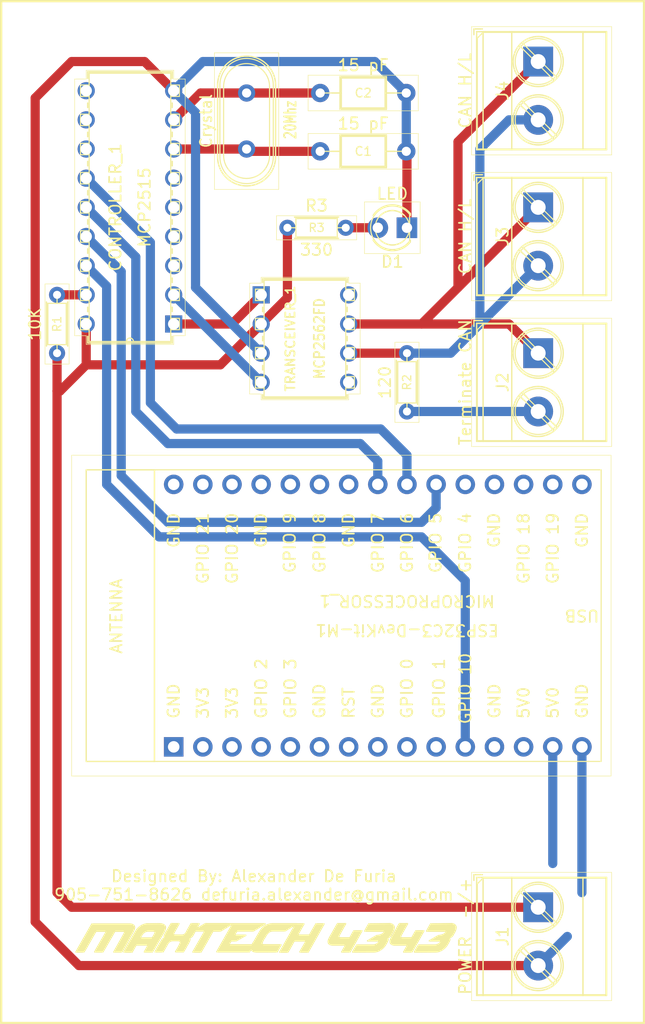
<source format=kicad_pcb>
(kicad_pcb (version 20211014) (generator pcbnew)
  (layers (0 "F.Cu" signal) (31 "B.Cu" signal) (34 "B.Paste" user) (35 "F.Paste" user) (36 "B.SilkS" user "B.Silkscreen") (37 "F.SilkS" user "F.Silkscreen") (38 "B.Mask" user) (39 "F.Mask" user) (44 "Edge.Cuts" user))
  (net 0 "")
  (net 1 "GNDREF")
  (net 2 "VCC")
  (net 3 "Net-(J2-Pad2)")
  (net 4 "Net-(20MHz1-Pad1)")
  (net 5 "Net-(20MHz1-Pad2)")
  (net 6 "Net-(J2-Pad1)")
  (net 7 "Net-(J3-Pad2)")
  (net 14 "Net-(CONTROLLER_1-Pad17)")
  (net 17 "SPICLK")
  (net 18 "MOSI")
  (net 19 "MISO")
  (net 20 "CS0")
  (net 21 "RX")
  (net 22 "TX")
  (net 23 "Net-(D1-Pad2)")
  (footprint "TerminalBlock_Phoenix:TerminalBlock_Phoenix_MKDS-3-2-5.08_1x02_P5.08mm_Horizontal" (layer "F.Cu") (at 144.78 60.96 -90)
    (fp_text reference "J3" hide)
    (fp_text value "CAN H/L")
  )
  (footprint "MCP2515:MCP2515-E&slash_P" (layer "F.Cu") (at 113.03 71.12 180)
    (fp_text reference "CONTROLLER_1")
    (fp_text value "MCP2515")
  )
  (footprint "Custom:ESP32C3-DevKit-M1-Standoff" (layer "F.Cu") (at 113.03 107.95 90)
    (fp_text reference "MICROPROCESSOR_1")
    (fp_text value "ESP32C3-DevKit-M1")
  )
  (footprint "Capacitor_THT:C_Axial_L3.8mm_D2.6mm_P7.50mm_Horizontal" (layer "F.Cu") (at 133.29 56.08 180)
    (fp_text reference "C1" hide)
    (fp_text value "15 pF")
  )
  (footprint "Capacitor_THT:C_Axial_L3.8mm_D2.6mm_P7.50mm_Horizontal" (layer "F.Cu") (at 133.29 51 180)
    (fp_text reference "C2" hide)
    (fp_text value "15 pF")
  )
  (footprint "MCP2562FD:MCP2562FD-H&slash_P" (layer "F.Cu") (at 120.65 68.58)
    (fp_text reference "TRANSCEIVER_1")
    (fp_text value "MCP2562FD")
  )
  (footprint "Resistor_THT:R_Axial_DIN0204_L3.6mm_D1.6mm_P5.08mm_Horizontal" (layer "F.Cu") (at 133.35 73.66 -90)
    (fp_text reference "R2" hide)
    (fp_text value "120")
  )
  (footprint "TerminalBlock_Phoenix:TerminalBlock_Phoenix_MKDS-3-2-5.08_1x02_P5.08mm_Horizontal" (layer "F.Cu") (at 144.78 73.66 -90)
    (fp_text reference "J2" hide)
    (fp_text value "Terminate CAN")
  )
  (footprint "Resistor_THT:R_Axial_DIN0204_L3.6mm_D1.6mm_P5.08mm_Horizontal" (layer "F.Cu") (at 102.87 68.58 -90)
    (fp_text reference "R1" hide)
    (fp_text value "10K")
  )
  (footprint "Resistor_THT:R_Axial_DIN0204_L3.6mm_D1.6mm_P5.08mm_Horizontal" (layer "F.Cu") (at 122.936 62.738)
    (fp_text reference "R3")
    (fp_text value "330")
  )
  (footprint "LED_THT:LED_D3.0mm" (layer "F.Cu") (at 133.35 62.738 180)
    (fp_text reference "D1")
    (fp_text value "LED")
  )
  (footprint "TerminalBlock_Phoenix:TerminalBlock_Phoenix_MKDS-3-2-5.08_1x02_P5.08mm_Horizontal" (layer "F.Cu") (at 144.78 121.92 -90)
    (fp_text reference "J1" hide)
    (fp_text value "POWER  -/+")
  )
  (footprint "Crystal:Crystal_HC49-U_Vertical" (layer "F.Cu") (at 119.38 51 -90)
    (fp_text reference "20MHz1" hide)
    (fp_text value "Crystal")
  )
  (footprint "TerminalBlock_Phoenix:TerminalBlock_Phoenix_MKDS-3-2-5.08_1x02_P5.08mm_Horizontal" (layer "F.Cu") (at 144.78 48.26 -90)
    (fp_text reference "J4" hide)
    (fp_text value "CAN H/L")
  )
  (gr_poly (pts (xy 120.986588 123.371971) (xy 119.965826 123.981571) (xy 118.537077 123.981571) (xy 118.508039 124.026991) (xy 118.479581 124.072769) (xy 118.451705 124.118899) (xy 118.424415 124.165375) (xy 118.397714 124.212192) (xy 118.371605 124.259345) (xy 118.346092 124.306827) (xy 118.321177 124.354633) (xy 119.302252 124.354633) (xy 119.302252 124.368921) (xy 118.462465 124.84517) (xy 118.022728 124.84517) (xy 117.829053 125.194421) (xy 119.868488 125.194421) (xy 119.855757 125.226875) (xy 119.843042 125.262829) (xy 119.831545 125.299213) (xy 119.821281 125.335997) (xy 119.81226 125.373151) (xy 119.804497 125.410643) (xy 119.798004 125.448443) (xy 119.792792 125.486521) (xy 119.792792 125.508746) (xy 119.792892 125.512567) (xy 119.7154 125.646858) (xy 119.646046 125.762349) (xy 119.626326 125.792412) (xy 119.616577 125.804021) (xy 116.805114 125.804021) (xy 116.805114 125.796083) (xy 116.790827 125.796083) (xy 117.824686 123.982365) (xy 118.090692 123.521394) (xy 118.189414 123.357683) (xy 120.986588 123.357683)) (layer "F.SilkS") (width 0.12) (fill solid))
  (gr_poly (pts (xy 133.397665 123.357683) (xy 133.147583 123.797024) (xy 132.963879 124.124446) (xy 132.846255 124.339949) (xy 132.81213 124.405731) (xy 132.794412 124.443533) (xy 132.794412 124.487983) (xy 132.794557 124.493127) (xy 132.79499 124.49814) (xy 132.795711 124.503021) (xy 132.796722 124.507771) (xy 132.798023 124.512388) (xy 132.799613 124.516872) (xy 132.801494 124.521222) (xy 132.803665 124.525438) (xy 132.806126 124.529519) (xy 132.808879 124.533465) (xy 132.811923 124.537274) (xy 132.815258 124.540947) (xy 132.818885 124.544483) (xy 132.822805 124.547881) (xy 132.827017 124.551141) (xy 132.831521 124.554261) (xy 132.836319 124.557242) (xy 132.841409 124.560083) (xy 132.846794 124.562784) (xy 132.852472 124.565343) (xy 132.858444 124.56776) (xy 132.864711 124.570035) (xy 132.871273 124.572167) (xy 132.87813 124.574155) (xy 132.885282 124.575999) (xy 132.892729 124.577698) (xy 132.900473 124.579252) (xy 132.908512 124.58066) (xy 132.916848 124.581921) (xy 132.925481 124.583036) (xy 132.943639 124.584821) (xy 133.777075 124.584821) (xy 133.917967 124.330622) (xy 134.023139 124.144289) (xy 134.092592 124.025822) (xy 134.113924 123.992038) (xy 134.126326 123.975221) (xy 134.818476 123.975221) (xy 134.061239 125.321818) (xy 133.860023 125.673945) (xy 133.777075 125.811958) (xy 133.419889 125.811958) (xy 133.06905 125.819895) (xy 133.06905 125.811958) (xy 133.410361 125.210295) (xy 132.324513 125.210295) (xy 132.284385 125.20957) (xy 132.246149 125.207393) (xy 132.209801 125.203766) (xy 132.175337 125.198687) (xy 132.142752 125.192157) (xy 132.112042 125.184176) (xy 132.083201 125.174744) (xy 132.056225 125.163861) (xy 132.031109 125.151527) (xy 132.007849 125.137742) (xy 131.98644 125.122505) (xy 131.966878 125.105818) (xy 131.949157 125.08768) (xy 131.933273 125.06809) (xy 131.919222 125.04705) (xy 131.906999 125.024558) (xy 131.892712 124.927721) (xy 131.892712 124.897558) (xy 131.893847 124.874957) (xy 131.897251 124.850023) (xy 131.902925 124.822768) (xy 131.910869 124.793205) (xy 131.921082 124.761344) (xy 131.933565 124.727196) (xy 131.948318 124.690775) (xy 131.96534 124.652091) (xy 131.984632 124.611156) (xy 132.006193 124.567982) (xy 132.030025 124.522579) (xy 132.056125 124.474961) (xy 132.084496 124.425138) (xy 132.115136 124.373122) (xy 132.148045 124.318925) (xy 132.183225 124.262559) (xy 132.391063 123.879276) (xy 132.545771 123.600174) (xy 132.647793 123.42406) (xy 132.679186 123.374253) (xy 132.697575 123.349746) (xy 133.397665 123.349746)) (layer "F.SilkS") (width 0.12) (fill solid))
  (gr_rect (start 154 132) (end 98 43) (layer "F.SilkS") (width 0.2) (fill none))
  (gr_poly (pts (xy 137.270705 123.347848) (xy 137.304093 123.352578) (xy 137.336825 123.359868) (xy 137.368762 123.369642) (xy 137.399766 123.381828) (xy 137.429699 123.396351) (xy 137.458423 123.413139) (xy 137.485801 123.432118) (xy 137.511694 123.453213) (xy 137.535965 123.476352) (xy 137.558475 123.501461) (xy 137.579087 123.528466) (xy 137.597663 123.557294) (xy 137.614064 123.58787) (xy 137.629939 123.698996) (xy 137.623184 123.73622) (xy 137.615354 123.773175) (xy 137.606459 123.809839) (xy 137.596508 123.846189) (xy 137.585512 123.882203) (xy 137.573478 123.91786) (xy 137.560417 123.953136) (xy 137.546337 123.98801) (xy 137.531249 124.022459) (xy 137.515161 124.056462) (xy 137.498083 124.089996) (xy 137.480023 124.123039) (xy 137.460993 124.155569) (xy 137.441 124.187564) (xy 137.420054 124.219001) (xy 137.398165 124.249858) (xy 137.392097 124.268539) (xy 137.385294 124.286815) (xy 137.377777 124.304672) (xy 137.369564 124.322095) (xy 137.360676 124.339071) (xy 137.351133 124.355585) (xy 137.340954 124.371623) (xy 137.33016 124.387172) (xy 137.318769 124.402217) (xy 137.306802 124.416745) (xy 137.294278 124.43074) (xy 137.281218 124.44419) (xy 137.267641 124.457079) (xy 137.253566 124.469395) (xy 137.239015 124.481122) (xy 137.224006 124.492248) (xy 137.208559 124.502757) (xy 137.192694 124.512635) (xy 137.176431 124.52187) (xy 137.15979 124.530446) (xy 137.14279 124.53835) (xy 137.125451 124.545567) (xy 137.107794 124.552083) (xy 137.089837 124.557885) (xy 137.071601 124.562958) (xy 137.053106 124.567288) (xy 137.03437 124.570862) (xy 137.015415 124.573664) (xy 136.996259 124.575682) (xy 136.976923 124.5769) (xy 136.957427 124.577306) (xy 136.937789 124.576884) (xy 136.877463 124.576884) (xy 136.90282 124.583712) (xy 136.926508 124.591103) (xy 136.948531 124.599062) (xy 136.968893 124.607592) (xy 136.9876 124.616699) (xy 137.004655 124.626388) (xy 137.020064 124.636662) (xy 137.033832 124.647528) (xy 137.045962 124.658988) (xy 137.05646 124.671049) (xy 137.061098 124.677305) (xy 137.065329 124.683714) (xy 137.069156 124.690275) (xy 137.072576 124.696988) (xy 137.075592 124.703855) (xy 137.078205 124.710877) (xy 137.080413 124.718052) (xy 137.082219 124.725383) (xy 137.083623 124.73287) (xy 137.084624 124.740514) (xy 137.085425 124.756272) (xy 137.053693 124.825661) (xy 137.020572 124.894372) (xy 136.986075 124.962385) (xy 136.950212 125.02968) (xy 136.912995 125.096235) (xy 136.874434 125.16203) (xy 136.834542 125.227044) (xy 136.793328 125.291258) (xy 136.738758 125.354312) (xy 136.683393 125.413297) (xy 136.627235 125.468215) (xy 136.570283 125.519064) (xy 136.512538 125.565846) (xy 136.453999 125.60856) (xy 136.394666 125.647205) (xy 136.334539 125.681783) (xy 136.273618 125.712293) (xy 136.211904 125.738735) (xy 136.149396 125.761109) (xy 136.086094 125.779414) (xy 136.021999 125.793652) (xy 135.95711 125.803822) (xy 135.891427 125.809924) (xy 135.82495 125.811958) (xy 135.550312 125.811958) (xy 134.00885 125.819895) (xy 134.00885 125.811958) (xy 134.050115 125.734784) (xy 134.092358 125.658153) (xy 134.135572 125.582076) (xy 134.179753 125.50656) (xy 134.224895 125.431615) (xy 134.270993 125.357249) (xy 134.318042 125.283473) (xy 134.366036 125.210294) (xy 135.82495 125.210295) (xy 135.85065 125.207524) (xy 135.876148 125.203744) (xy 135.901417 125.198967) (xy 135.926428 125.193206) (xy 135.951154 125.186471) (xy 135.975568 125.178775) (xy 135.999642 125.170129) (xy 136.023347 125.160546) (xy 136.046658 125.150037) (xy 136.069544 125.138614) (xy 136.09198 125.126289) (xy 136.113937 125.113073) (xy 136.135388 125.098979) (xy 136.156304 125.084019) (xy 136.176659 125.068204) (xy 136.196425 125.051545) (xy 136.207074 125.040627) (xy 136.217433 125.029456) (xy 136.227498 125.018039) (xy 136.237265 125.006382) (xy 136.24673 124.99449) (xy 136.255889 124.98237) (xy 136.264738 124.970027) (xy 136.273273 124.957469) (xy 136.28149 124.9447) (xy 136.289385 124.931726) (xy 136.296955 124.918554) (xy 136.304194 124.905191) (xy 136.3111 124.89164) (xy 136.317668 124.87791) (xy 136.323894 124.864006) (xy 136.329774 124.849933) (xy 135.296313 124.849933) (xy 135.635367 124.648494) (xy 135.889441 124.501675) (xy 135.984099 124.448888) (xy 136.056897 124.409923) (xy 136.107632 124.384836) (xy 136.136099 124.373683) (xy 136.188782 124.374446) (xy 136.240944 124.371602) (xy 136.292426 124.365237) (xy 136.343071 124.355435) (xy 136.392721 124.342281) (xy 136.44122 124.32586) (xy 136.48841 124.306257) (xy 136.534134 124.283557) (xy 136.578233 124.257843) (xy 136.620552 124.229202) (xy 136.660932 124.197718) (xy 136.699216 124.163476) (xy 136.735247 124.12656) (xy 136.768867 124.087056) (xy 136.79992 124.045048) (xy 136.828247 124.000621) (xy 135.069301 124.000621) (xy 135.072873 123.99119) (xy 135.078826 123.977785) (xy 135.097876 123.93908) (xy 135.126451 123.884562) (xy 135.164551 123.814288) (xy 135.212176 123.728312) (xy 135.269327 123.62669) (xy 135.336002 123.509479) (xy 135.412203 123.376733) (xy 135.412203 123.368796) (xy 137.167976 123.349746) (xy 137.202508 123.346358) (xy 137.236797 123.34575)) (layer "F.SilkS") (width 0.12) (fill solid))
  (gr_poly (pts (xy 109.222664 123.380746) (xy 109.261492 123.38326) (xy 109.298427 123.387453) (xy 109.333472 123.393328) (xy 109.366629 123.400886) (xy 109.397899 123.41013) (xy 109.427286 123.421062) (xy 109.454792 123.433685) (xy 109.480419 123.448001) (xy 109.504169 123.464012) (xy 109.526044 123.48172) (xy 109.546048 123.501129) (xy 109.564182 123.522239) (xy 109.580449 123.545055) (xy 109.594851 123.569577) (xy 109.60739 123.595808) (xy 109.621678 123.684709) (xy 109.620283 123.708912) (xy 109.616097 123.736277) (xy 109.60912 123.766806) (xy 109.599354 123.800497) (xy 109.586796 123.83735) (xy 109.571448 123.877366) (xy 109.55331 123.920545) (xy 109.532381 123.966886) (xy 109.508661 124.01639) (xy 109.482151 124.069057) (xy 109.452851 124.124886) (xy 109.42076 124.183878) (xy 109.385878 124.246032) (xy 109.348206 124.31135) (xy 109.307743 124.379829) (xy 109.26449 124.451471) (xy 109.030731 124.884164) (xy 108.82634 125.255143) (xy 108.651318 125.564407) (xy 108.505665 125.811958) (xy 108.043703 125.811958) (xy 107.821452 125.819895) (xy 107.821452 125.811958) (xy 108.525112 124.563389) (xy 108.701027 124.242119) (xy 108.745006 124.157238) (xy 108.759665 124.122858) (xy 108.759665 124.100633) (xy 108.759521 124.095206) (xy 108.759089 124.089936) (xy 108.758368 124.084824) (xy 108.757358 124.079869) (xy 108.756061 124.075071) (xy 108.754475 124.070429) (xy 108.752601 124.065944) (xy 108.750438 124.061616) (xy 108.747987 124.057443) (xy 108.745247 124.053425) (xy 108.74222 124.049563) (xy 108.738904 124.045855) (xy 108.735299 124.042303) (xy 108.731406 124.038904) (xy 108.727225 124.03566) (xy 108.722756 124.032569) (xy 108.717998 124.029632) (xy 108.712952 124.026848) (xy 108.707617 124.024217) (xy 108.701994 124.021739) (xy 108.696083 124.019413) (xy 108.689883 124.017239) (xy 108.683395 124.015217) (xy 108.676619 124.013346) (xy 108.669554 124.011626) (xy 108.662201 124.010057) (xy 108.65456 124.008639) (xy 108.64663 124.007371) (xy 108.638412 124.006253) (xy 108.629905 124.005284) (xy 108.612027 124.003796) (xy 107.900827 124.003796) (xy 107.131684 125.344042) (xy 106.931064 125.687042) (xy 106.853078 125.811958) (xy 106.154577 125.811958) (xy 106.158931 125.801515) (xy 106.168419 125.78249) (xy 106.202798 125.718692) (xy 106.257716 125.620565) (xy 106.333172 125.488108) (xy 106.545698 125.120205) (xy 106.840378 124.614983) (xy 107.189627 124.003796) (xy 106.257765 124.003796) (xy 106.252178 124.010995) (xy 106.240576 124.029022) (xy 106.199326 124.097558) (xy 106.044644 124.364555) (xy 105.793719 124.804789) (xy 105.446553 125.418258) (xy 105.418412 125.468938) (xy 105.389571 125.519212) (xy 105.360035 125.569074) (xy 105.329808 125.618517) (xy 105.298895 125.667534) (xy 105.267299 125.716118) (xy 105.235026 125.764261) (xy 105.202079 125.811956) (xy 104.57819 125.819895) (xy 104.532153 125.819895) (xy 104.532153 125.811958) (xy 104.524215 125.811958) (xy 105.908515 123.379908) (xy 109.18194 123.379908)) (layer "F.SilkS") (width 0.12) (fill solid))
  (gr_poly (pts (xy 118.11639 123.357683) (xy 118.11639 123.371971) (xy 117.108328 123.989508) (xy 116.449514 123.989508) (xy 115.670449 125.362298) (xy 115.471714 125.705496) (xy 115.400177 125.819895) (xy 114.708027 125.819895) (xy 114.708027 125.811958) (xy 115.757364 123.981571) (xy 114.905869 123.981571) (xy 114.987184 123.830941) (xy 115.787527 123.349746) (xy 117.46869 123.349746)) (layer "F.SilkS") (width 0.12) (fill solid))
  (gr_poly (pts (xy 123.73486 123.363711) (xy 123.734398 123.364033) (xy 123.677403 123.364033) (xy 123.643407 123.423189) (xy 123.601179 123.449659) (xy 123.502779 123.510083) (xy 123.378482 123.58539) (xy 123.228141 123.67558) (xy 123.051605 123.780653) (xy 122.848728 123.900608) (xy 122.84142 123.906918) (xy 122.833953 123.91302) (xy 122.826333 123.918911) (xy 122.818565 123.924591) (xy 122.810651 123.930054) (xy 122.802598 123.935301) (xy 122.794409 123.940326) (xy 122.78609 123.945129) (xy 122.777644 123.949707) (xy 122.769077 123.954056) (xy 122.760393 123.958175) (xy 122.751597 123.962061) (xy 122.742693 123.965711) (xy 122.733685 123.969123) (xy 122.724579 123.972294) (xy 122.715379 123.975222) (xy 121.66604 123.975222) (xy 121.640203 123.975746) (xy 121.614683 123.977318) (xy 121.589478 123.979937) (xy 121.56459 123.983605) (xy 121.540018 123.988321) (xy 121.515762 123.994085) (xy 121.491822 124.000897) (xy 121.468199 124.008757) (xy 121.444892 124.017665) (xy 121.421901 124.027621) (xy 121.399226 124.038625) (xy 121.376868 124.050677) (xy 121.354826 124.063777) (xy 121.3331 124.077925) (xy 121.31169 124.093121) (xy 121.290597 124.109365) (xy 121.249359 124.144997) (xy 121.209386 124.184821) (xy 121.170678 124.228837) (xy 121.133235 124.277045) (xy 121.097058 124.329445) (xy 121.062145 124.386037) (xy 121.028497 124.446821) (xy 120.996115 124.511797) (xy 120.973516 124.541238) (xy 120.951598 124.571149) (xy 120.930368 124.601519) (xy 120.909832 124.632335) (xy 120.889997 124.663584) (xy 120.870869 124.695256) (xy 120.852454 124.727337) (xy 120.834759 124.759816) (xy 120.81779 124.79268) (xy 120.801555 124.825917) (xy 120.786058 124.859515) (xy 120.771308 124.893462) (xy 120.757309 124.927746) (xy 120.744069 124.962354) (xy 120.731594 124.997275) (xy 120.719891 125.032496) (xy 120.719891 125.062659) (xy 120.720058 125.070421) (xy 120.720561 125.077932) (xy 120.721398 125.085193) (xy 120.72257 125.092204) (xy 120.724077 125.098965) (xy 120.725918 125.105476) (xy 120.728095 125.111737) (xy 120.730606 125.11775) (xy 120.733453 125.123513) (xy 120.736634 125.129028) (xy 120.74015 125.134295) (xy 120.744001 125.139314) (xy 120.748187 125.144085) (xy 120.752707 125.148609) (xy 120.757563 125.152886) (xy 120.762753 125.156916) (xy 120.768278 125.1607) (xy 120.774139 125.164237) (xy 120.780334 125.167528) (xy 120.786863 125.170574) (xy 120.793728 125.173375) (xy 120.800928 125.17593) (xy 120.808462 125.178241) (xy 120.816332 125.180307) (xy 120.824536 125.182129) (xy 120.833075 125.183707) (xy 120.841949 125.185042) (xy 120.851158 125.186133) (xy 120.860701 125.186981) (xy 120.87058 125.187587) (xy 120.891342 125.188071) (xy 122.364542 125.188071) (xy 122.380417 125.203946) (xy 122.373776 125.213266) (xy 122.365162 125.226347) (xy 122.34202 125.263799) (xy 122.310989 125.31632) (xy 122.27207 125.383928) (xy 122.225264 125.466643) (xy 122.170569 125.564482) (xy 122.037518 125.805608) (xy 121.085017 125.813546) (xy 120.291268 125.813546) (xy 120.230993 125.812355) (xy 120.17459 125.808784) (xy 120.122061 125.80283) (xy 120.073409 125.794496) (xy 120.028635 125.78378) (xy 119.987743 125.770684) (xy 119.950733 125.755205) (xy 119.91761 125.737346) (xy 119.902506 125.727523) (xy 119.888375 125.717105) (xy 119.875216 125.706092) (xy 119.86303 125.694484) (xy 119.851818 125.68228) (xy 119.841578 125.669481) (xy 119.832313 125.656086) (xy 119.824022 125.642096) (xy 119.816705 125.627511) (xy 119.810362 125.612331) (xy 119.804995 125.596555) (xy 119.800603 125.580184) (xy 119.797186 125.563217) (xy 119.794745 125.545656) (xy 119.793281 125.527499) (xy 119.792892 125.512567) (xy 119.82464 125.457549) (xy 119.973766 125.194421) (xy 119.868488 125.194421) (xy 119.869679 125.191383) (xy 119.884796 125.156383) (xy 119.901093 125.121904) (xy 119.918559 125.087979) (xy 119.937182 125.054638) (xy 119.956947 125.021911) (xy 119.977844 124.989829) (xy 119.999859 124.958422) (xy 120.02298 124.927722) (xy 120.267356 124.504653) (xy 120.459145 124.178422) (xy 120.598349 123.949028) (xy 120.648231 123.870645) (xy 120.684966 123.816471) (xy 120.720522 123.776585) (xy 120.757544 123.738265) (xy 120.795977 123.701546) (xy 120.835767 123.666458) (xy 120.876859 123.633036) (xy 120.9192 123.601312) (xy 120.962734 123.571319) (xy 121.007409 123.54309) (xy 121.05317 123.516656) (xy 121.099962 123.492052) (xy 121.147731 123.46931) (xy 121.196424 123.448462) (xy 121.245986 123.429541) (xy 121.296362 123.412581) (xy 121.347499 123.397613) (xy 121.399343 123.384671) (xy 121.428522 123.378435) (xy 121.457846 123.373012) (xy 121.487298 123.368406) (xy 121.516861 123.364617) (xy 121.546518 123.361649) (xy 121.576251 123.359503) (xy 121.606043 123.358181) (xy 121.635878 123.357684) (xy 121.635878 123.357683) (xy 123.742491 123.357683)) (layer "F.SilkS") (width 0.12) (fill solid))
  (gr_poly (pts (xy 124.367963 123.379908) (xy 124.363957 123.384801) (xy 124.355908 123.397098) (xy 124.32768 123.443904) (xy 124.28328 123.520327) (xy 124.222706 123.626367) (xy 124.053042 123.927298) (xy 123.818688 124.346696) (xy 124.860086 124.346696) (xy 125.425237 123.364033) (xy 126.117387 123.364033) (xy 126.117387 123.379908) (xy 124.741024 125.819895) (xy 124.040936 125.819895) (xy 124.02665 125.805608) (xy 124.577513 124.853108) (xy 123.520237 124.853108) (xy 123.294316 125.264146) (xy 123.12614 125.564903) (xy 123.01571 125.753444) (xy 122.982149 125.805028) (xy 122.963024 125.827833) (xy 122.277223 125.827833) (xy 122.277223 125.819895) (xy 123.297195 124.025623) (xy 123.643407 123.423189) (xy 123.673832 123.404118) (xy 123.720886 123.373459) (xy 123.734398 123.364033) (xy 124.353676 123.364033)) (layer "F.SilkS") (width 0.12) (fill solid))
  (gr_poly (pts (xy 113.488827 123.357683) (xy 113.136402 123.985936) (xy 113.045914 124.149747) (xy 113.012577 124.213346) (xy 113.012577 124.249858) (xy 113.012758 124.255862) (xy 113.013302 124.261672) (xy 113.014209 124.267286) (xy 113.015479 124.272706) (xy 113.017111 124.277932) (xy 113.019106 124.282964) (xy 113.021464 124.287803) (xy 113.024185 124.292448) (xy 113.027269 124.2969) (xy 113.030715 124.301159) (xy 113.034524 124.305226) (xy 113.038696 124.309101) (xy 113.04323 124.312784) (xy 113.048128 124.316275) (xy 113.053388 124.319576) (xy 113.059011 124.322685) (xy 113.064997 124.325603) (xy 113.071345 124.328331) (xy 113.078056 124.330869) (xy 113.08513 124.333217) (xy 113.092567 124.335376) (xy 113.100367 124.337345) (xy 113.108529 124.339126) (xy 113.117054 124.340718) (xy 113.125942 124.342121) (xy 113.135192 124.343336) (xy 113.144806 124.344364) (xy 113.154782 124.345204) (xy 113.165121 124.345857) (xy 113.175822 124.346323) (xy 113.198314 124.346696) (xy 113.749177 124.346696) (xy 113.767771 124.346347) (xy 113.786049 124.3453) (xy 113.804011 124.343556) (xy 113.821656 124.341115) (xy 113.838985 124.337975) (xy 113.855998 124.334138) (xy 113.872695 124.329604) (xy 113.889075 124.324371) (xy 113.905139 124.318441) (xy 113.920887 124.311814) (xy 113.936319 124.304489) (xy 113.951434 124.296466) (xy 113.966233 124.287746) (xy 113.980716 124.278328) (xy 113.994883 124.268212) (xy 114.008733 124.257399) (xy 114.022267 124.245888) (xy 114.035485 124.233679) (xy 114.048387 124.220773) (xy 114.060972 124.207169) (xy 114.085194 124.177869) (xy 114.10815 124.145778) (xy 114.129842 124.110896) (xy 114.150269 124.073224) (xy 114.169431 124.032761) (xy 114.187327 123.989508) (xy 114.544515 123.354508) (xy 115.236665 123.354508) (xy 115.236665 123.368796) (xy 114.987184 123.830941) (xy 114.760414 123.967283) (xy 114.760414 123.981571) (xy 114.905869 123.981571) (xy 114.827883 124.126033) (xy 114.712938 124.333202) (xy 114.677697 124.393924) (xy 114.657226 124.426071) (xy 114.638489 124.447878) (xy 114.618519 124.468253) (xy 114.597398 124.487162) (xy 114.575208 124.504574) (xy 114.552033 124.520455) (xy 114.527953 124.534773) (xy 114.503053 124.547495) (xy 114.477414 124.558589) (xy 114.451118 124.568023) (xy 114.424248 124.575763) (xy 114.396886 124.581777) (xy 114.369116 124.586033) (xy 114.341018 124.588498) (xy 114.312676 124.589139) (xy 114.284173 124.587924) (xy 114.255589 124.584821) (xy 114.278937 124.591034) (xy 114.300762 124.597763) (xy 114.321066 124.605003) (xy 114.339851 124.612751) (xy 114.35712 124.621001) (xy 114.372875 124.629748) (xy 114.387119 124.638989) (xy 114.399854 124.648718) (xy 114.411081 124.65893) (xy 114.420804 124.669622) (xy 114.429025 124.680788) (xy 114.435746 124.692423) (xy 114.438545 124.698416) (xy 114.440969 124.704524) (xy 114.44302 124.710747) (xy 114.444697 124.717085) (xy 114.446001 124.723537) (xy 114.446933 124.730102) (xy 114.447677 124.74357) (xy 114.421326 124.809895) (xy 114.393169 124.875429) (xy 114.363223 124.940136) (xy 114.331509 125.003978) (xy 114.298043 125.066921) (xy 114.262845 125.128927) (xy 114.225934 125.18996) (xy 114.187327 125.249983) (xy 114.151388 125.32075) (xy 114.114363 125.39094) (xy 114.07626 125.460539) (xy 114.037087 125.529537) (xy 113.996849 125.59792) (xy 113.955556 125.665675) (xy 113.913213 125.732791) (xy 113.869828 125.799255) (xy 113.21419 125.799258) (xy 113.199903 125.78497) (xy 113.259221 125.691923) (xy 113.316757 125.597797) (xy 113.372497 125.50262) (xy 113.426428 125.406416) (xy 113.478534 125.309213) (xy 113.528801 125.211035) (xy 113.577216 125.111908) (xy 113.623764 125.01186) (xy 113.623765 124.973757) (xy 113.623565 124.96467) (xy 113.622965 124.955862) (xy 113.621963 124.947334) (xy 113.620559 124.939087) (xy 113.618754 124.931121) (xy 113.616545 124.923438) (xy 113.613933 124.916036) (xy 113.610917 124.908918) (xy 113.607496 124.902084) (xy 113.60367 124.895534) (xy 113.599438 124.889269) (xy 113.5948 124.883289) (xy 113.589755 124.877595) (xy 113.584302 124.872188) (xy 113.578441 124.867068) (xy 113.572172 124.862236) (xy 113.565493 124.857692) (xy 113.558404 124.853437) (xy 113.550905 124.849472) (xy 113.542995 124.845797) (xy 113.534673 124.842412) (xy 113.52594 124.839319) (xy 113.516793 124.836517) (xy 113.507233 124.834008) (xy 113.497259 124.831792) (xy 113.486871 124.82987) (xy 113.476067 124.828241) (xy 113.464848 124.826908) (xy 113.453213 124.82587) (xy 113.441161 124.825127) (xy 113.428691 124.824681) (xy 113.415803 124.824533) (xy 112.955428 124.824533) (xy 112.933758 124.824954) (xy 112.912404 124.826219) (xy 112.891367 124.828328) (xy 112.870646 124.83128) (xy 112.850241 124.835075) (xy 112.830152 124.839713) (xy 112.81038 124.845195) (xy 112.790924 124.85152) (xy 112.771784 124.858689) (xy 112.75296 124.866701) (xy 112.734453 124.875556) (xy 112.716261 124.885255) (xy 112.698387 124.895797) (xy 112.680828 124.907182) (xy 112.663586 124.919411) (xy 112.64666 124.932483) (xy 112.63005 124.946398) (xy 112.613756 124.961157) (xy 112.582118 124.993205) (xy 112.551745 125.028626) (xy 112.522636 125.067421) (xy 112.494793 125.109589) (xy 112.468215 125.15513) (xy 112.442902 125.204045) (xy 112.418854 125.256333) (xy 112.101353 125.799258) (xy 111.475878 125.807196) (xy 111.41714 125.807196) (xy 111.41714 125.799258) (xy 111.666377 125.358132) (xy 111.85529 125.030115) (xy 111.983878 124.815207) (xy 112.02555 124.750169) (xy 112.05214 124.713408) (xy 112.070468 124.698671) (xy 112.089347 124.684775) (xy 112.108749 124.671731) (xy 112.128643 124.659552) (xy 112.149001 124.648248) (xy 112.169792 124.637829) (xy 112.190987 124.628308) (xy 112.212556 124.619695) (xy 112.23447 124.612002) (xy 112.2567 124.605239) (xy 112.279215 124.599417) (xy 112.301986 124.594548) (xy 112.324983 124.590643) (xy 112.348177 124.587713) (xy 112.371539 124.585768) (xy 112.395038 124.584821) (xy 112.39504 124.584821) (xy 112.372548 124.579835) (xy 112.351507 124.574403) (xy 112.331918 124.568524) (xy 112.313779 124.562199) (xy 112.297092 124.555427) (xy 112.281856 124.548209) (xy 112.268071 124.540544) (xy 112.255736 124.532433) (xy 112.244853 124.523875) (xy 112.235421 124.514871) (xy 112.22744 124.505421) (xy 112.220911 124.495524) (xy 112.21819 124.490408) (xy 112.215832 124.48518) (xy 112.213837 124.479841) (xy 112.212204 124.47439) (xy 112.210934 124.468828) (xy 112.210028 124.463154) (xy 112.209302 124.451471) (xy 112.209302 124.426071) (xy 112.236256 124.359466) (xy 112.265134 124.293723) (xy 112.295914 124.228883) (xy 112.328575 124.164987) (xy 112.363094 124.102075) (xy 112.399451 124.04019) (xy 112.437623 123.979371) (xy 112.477589 123.919659) (xy 112.612751 123.681261) (xy 112.713532 123.50671) (xy 112.780084 123.396155) (xy 112.800569 123.364923) (xy 112.812553 123.349746) (xy 113.488827 123.349746)) (layer "F.SilkS") (width 0.12) (fill solid))
  (gr_poly (pts (xy 111.832741 123.358614) (xy 111.879396 123.361404) (xy 111.923814 123.366055) (xy 111.965993 123.372566) (xy 112.00593 123.380938) (xy 112.043622 123.39117) (xy 112.079069 123.403262) (xy 112.112266 123.417215) (xy 112.143213 123.433028) (xy 112.171906 123.450701) (xy 112.198344 123.470235) (xy 112.222524 123.491629) (xy 112.244443 123.514883) (xy 112.2641 123.539998) (xy 112.281491 123.566973) (xy 112.296616 123.595808) (xy 112.31249 123.684709) (xy 112.31249 123.706934) (xy 112.311374 123.727839) (xy 112.308028 123.751244) (xy 112.302455 123.777119) (xy 112.294655 123.805433) (xy 112.284633 123.836156) (xy 112.27239 123.869258) (xy 112.257929 123.904709) (xy 112.241251 123.942479) (xy 112.22236 123.982536) (xy 112.201257 124.024852) (xy 112.177945 124.069395) (xy 112.152426 124.116136) (xy 112.124702 124.165044) (xy 112.094776 124.21609) (xy 112.062651 124.269242) (xy 112.028327 124.324471) (xy 111.397692 125.425005) (xy 111.232096 125.707679) (xy 111.166315 125.811958) (xy 110.480515 125.811958) (xy 110.815478 125.202358) (xy 109.75979 125.202358) (xy 109.754803 125.208367) (xy 109.74758 125.218655) (xy 109.726402 125.252067) (xy 109.696221 125.302594) (xy 109.656999 125.370236) (xy 109.608698 125.454994) (xy 109.551282 125.556867) (xy 109.408953 125.811958) (xy 109.408953 125.819895) (xy 108.702515 125.819895) (xy 108.702515 125.811958) (xy 109.394775 124.599108) (xy 110.101103 124.599108) (xy 111.158378 124.599108) (xy 111.197785 124.543052) (xy 111.235555 124.48593) (xy 111.271669 124.427779) (xy 111.306105 124.368636) (xy 111.338843 124.308535) (xy 111.369863 124.247515) (xy 111.399144 124.185611) (xy 111.426666 124.122859) (xy 111.426666 124.108571) (xy 111.426419 124.101246) (xy 111.425679 124.094153) (xy 111.424446 124.087293) (xy 111.422719 124.080666) (xy 111.420497 124.074271) (xy 111.417781 124.068108) (xy 111.414571 124.062178) (xy 111.410865 124.056481) (xy 111.406664 124.051016) (xy 111.401968 124.045784) (xy 111.396775 124.040784) (xy 111.391087 124.036017) (xy 111.384902 124.031483) (xy 111.37822 124.02718) (xy 111.371041 124.023111) (xy 111.363364 124.019274) (xy 111.35519 124.01567) (xy 111.346519 124.012298) (xy 111.337349 124.009158) (xy 111.32768 124.006251) (xy 111.317512 124.003577) (xy 111.306846 124.001136) (xy 111.29568 123.998926) (xy 111.284014 123.99695) (xy 111.271849 123.995206) (xy 111.259183 123.993694) (xy 111.246017 123.992415) (xy 111.232349 123.991369) (xy 111.218181 123.990555) (xy 111.203511 123.989973) (xy 111.18834 123.989625) (xy 111.172666 123.989508) (xy 110.823417 123.989508) (xy 110.772666 123.991363) (xy 110.723401 123.996906) (xy 110.67562 124.006105) (xy 110.62932 124.018927) (xy 110.584499 124.035339) (xy 110.541155 124.055309) (xy 110.499285 124.078804) (xy 110.458887 124.105793) (xy 110.419958 124.136241) (xy 110.382497 124.170117) (xy 110.346501 124.207389) (xy 110.311968 124.248023) (xy 110.278895 124.291987) (xy 110.247281 124.339248) (xy 110.217122 124.389775) (xy 110.188416 124.443533) (xy 110.175528 124.461814) (xy 110.163189 124.480454) (xy 110.151408 124.499438) (xy 110.140191 124.518756) (xy 110.129545 124.538395) (xy 110.119476 124.558341) (xy 110.109994 124.578583) (xy 110.101103 124.599108) (xy 109.394775 124.599108) (xy 109.489915 124.432421) (xy 109.709784 124.052215) (xy 109.813765 123.878383) (xy 109.837375 123.849456) (xy 109.861685 123.821171) (xy 109.886681 123.793538) (xy 109.912349 123.76657) (xy 109.938676 123.740278) (xy 109.965648 123.714673) (xy 109.99325 123.689767) (xy 110.021469 123.665572) (xy 110.050292 123.642099) (xy 110.079705 123.619359) (xy 110.109693 123.597365) (xy 110.140243 123.576127) (xy 110.171342 123.555657) (xy 110.202975 123.535966) (xy 110.235129 123.517067) (xy 110.267789 123.49897) (xy 110.293646 123.484851) (xy 110.319847 123.471467) (xy 110.346376 123.458823) (xy 110.373217 123.446925) (xy 110.400354 123.435777) (xy 110.427773 123.425384) (xy 110.455455 123.415751) (xy 110.483387 123.406882) (xy 110.511551 123.398782) (xy 110.539931 123.391457) (xy 110.568513 123.384911) (xy 110.59728 123.379148) (xy 110.626215 123.374175) (xy 110.655304 123.369994) (xy 110.68453 123.366612) (xy 110.713877 123.364033) (xy 111.783852 123.357683)) (layer "F.SilkS") (width 0.12) (fill solid))
  (gr_poly (pts (xy 131.879553 123.347848) (xy 131.912942 123.352578) (xy 131.945674 123.359868) (xy 131.97761 123.369642) (xy 132.008614 123.381828) (xy 132.038547 123.396351) (xy 132.067272 123.413139) (xy 132.094649 123.432118) (xy 132.120543 123.453213) (xy 132.144813 123.476352) (xy 132.167324 123.501461) (xy 132.187936 123.528466) (xy 132.206511 123.557294) (xy 132.222913 123.58787) (xy 132.238788 123.698996) (xy 132.232032 123.73622) (xy 132.224202 123.773175) (xy 132.215306 123.809839) (xy 132.205356 123.846189) (xy 132.194359 123.882203) (xy 132.182325 123.91786) (xy 132.169264 123.953136) (xy 132.155184 123.98801) (xy 132.140096 124.022459) (xy 132.124008 124.056462) (xy 132.10693 124.089996) (xy 132.088871 124.123039) (xy 132.06984 124.155569) (xy 132.049848 124.187564) (xy 132.028902 124.219001) (xy 132.007013 124.249858) (xy 132.001249 124.268537) (xy 131.994753 124.286827) (xy 131.987545 124.304716) (xy 131.979644 124.322188) (xy 131.971068 124.339229) (xy 131.961837 124.355826) (xy 131.95197 124.371964) (xy 131.941486 124.387628) (xy 131.930405 124.402805) (xy 131.918745 124.417481) (xy 131.906526 124.431642) (xy 131.893766 124.445272) (xy 131.880485 124.458359) (xy 131.866702 124.470888) (xy 131.852436 124.482844) (xy 131.837707 124.494214) (xy 131.822532 124.504983) (xy 131.806933 124.515138) (xy 131.790927 124.524663) (xy 131.774533 124.533546) (xy 131.757772 124.541771) (xy 131.740661 124.549325) (xy 131.723221 124.556193) (xy 131.70547 124.562362) (xy 131.687428 124.567817) (xy 131.669113 124.572543) (xy 131.650545 124.576528) (xy 131.631742 124.579756) (xy 131.612725 124.582213) (xy 131.593511 124.583886) (xy 131.574121 124.58476) (xy 131.554573 124.58482) (xy 131.494251 124.584821) (xy 131.519609 124.591649) (xy 131.543297 124.59904) (xy 131.565319 124.606999) (xy 131.585682 124.615529) (xy 131.604388 124.624636) (xy 131.621444 124.634325) (xy 131.636853 124.644599) (xy 131.65062 124.655465) (xy 131.66275 124.666925) (xy 131.673248 124.678986) (xy 131.677886 124.685242) (xy 131.682118 124.691651) (xy 131.685944 124.698211) (xy 131.689365 124.704925) (xy 131.692381 124.711792) (xy 131.694993 124.718813) (xy 131.697202 124.725989) (xy 131.699008 124.73332) (xy 131.700411 124.740807) (xy 131.701413 124.74845) (xy 131.702213 124.764208) (xy 131.670739 124.832544) (xy 131.637917 124.900219) (xy 131.603758 124.967211) (xy 131.568273 125.033502) (xy 131.531473 125.099072) (xy 131.493367 125.163901) (xy 131.453969 125.22797) (xy 131.413287 125.291258) (xy 131.358717 125.354312) (xy 131.303353 125.413297) (xy 131.247195 125.468215) (xy 131.190243 125.519064) (xy 131.132498 125.565846) (xy 131.073959 125.60856) (xy 131.014626 125.647205) (xy 130.954499 125.681783) (xy 130.893579 125.712293) (xy 130.831865 125.738735) (xy 130.769357 125.761109) (xy 130.706055 125.779414) (xy 130.64196 125.793652) (xy 130.57707 125.803822) (xy 130.511387 125.809924) (xy 130.444911 125.811958) (xy 130.170273 125.811958) (xy 128.628811 125.819895) (xy 128.628811 125.811958) (xy 128.670076 125.734784) (xy 128.712319 125.658153) (xy 128.755533 125.582076) (xy 128.799714 125.50656) (xy 128.844856 125.431615) (xy 128.890954 125.357249) (xy 128.938003 125.283473) (xy 128.985997 125.210294) (xy 130.443322 125.210295) (xy 130.469127 125.207582) (xy 130.494731 125.203852) (xy 130.520106 125.199117) (xy 130.545223 125.193389) (xy 130.570056 125.18668) (xy 130.594575 125.179002) (xy 130.618754 125.170366) (xy 130.642563 125.160786) (xy 130.665975 125.150272) (xy 130.688962 125.138837) (xy 130.711496 125.126493) (xy 130.733548 125.11325) (xy 130.755092 125.099123) (xy 130.776098 125.084121) (xy 130.796538 125.068258) (xy 130.816386 125.051545) (xy 130.827035 125.040627) (xy 130.837394 125.029456) (xy 130.847459 125.018039) (xy 130.857226 125.006382) (xy 130.866691 124.99449) (xy 130.87585 124.98237) (xy 130.884699 124.970027) (xy 130.893234 124.957469) (xy 130.901451 124.9447) (xy 130.909346 124.931726) (xy 130.916915 124.918554) (xy 130.924155 124.905191) (xy 130.931061 124.89164) (xy 130.937628 124.87791) (xy 130.943854 124.864006) (xy 130.949735 124.849933) (xy 129.916274 124.849933) (xy 130.255328 124.648494) (xy 130.509402 124.501675) (xy 130.60406 124.448888) (xy 130.676858 124.409923) (xy 130.727593 124.384836) (xy 130.756059 124.373683) (xy 130.808743 124.374446) (xy 130.860905 124.371602) (xy 130.912386 124.365237) (xy 130.963031 124.355435) (xy 131.012682 124.342281) (xy 131.06118 124.32586) (xy 131.10837 124.306257) (xy 131.154094 124.283557) (xy 131.198193 124.257843) (xy 131.240512 124.229202) (xy 131.280892 124.197718) (xy 131.319176 124.163476) (xy 131.355207 124.12656) (xy 131.388827 124.087056) (xy 131.41988 124.045048) (xy 131.448207 124.000621) (xy 129.67815 124.000621) (xy 129.681722 123.99119) (xy 129.687675 123.977785) (xy 129.706725 123.93908) (xy 129.735301 123.884562) (xy 129.773401 123.814288) (xy 129.821026 123.728312) (xy 129.878176 123.62669) (xy 129.944851 123.509479) (xy 130.021051 123.376733) (xy 130.021051 123.368796) (xy 131.776824 123.349746) (xy 131.811357 123.346358) (xy 131.845645 123.34575)) (layer "F.SilkS") (width 0.12) (fill solid))
  (gr_poly (pts (xy 128.004927 123.357683) (xy 127.75554 123.797024) (xy 127.571936 124.124446) (xy 127.454412 124.339949) (xy 127.420523 124.405731) (xy 127.403266 124.443533) (xy 127.403266 124.487983) (xy 127.40341 124.493127) (xy 127.403843 124.49814) (xy 127.404564 124.503021) (xy 127.405575 124.507771) (xy 127.406876 124.512388) (xy 127.408466 124.516872) (xy 127.410347 124.521222) (xy 127.412518 124.525438) (xy 127.414979 124.529519) (xy 127.417732 124.533465) (xy 127.420775 124.537274) (xy 127.424111 124.540947) (xy 127.427738 124.544483) (xy 127.431657 124.547881) (xy 127.435869 124.551141) (xy 127.440373 124.554261) (xy 127.44517 124.557242) (xy 127.450261 124.560083) (xy 127.455645 124.562784) (xy 127.461324 124.565343) (xy 127.467296 124.56776) (xy 127.473563 124.570035) (xy 127.480124 124.572167) (xy 127.486981 124.574155) (xy 127.494133 124.575999) (xy 127.50158 124.577698) (xy 127.509324 124.579252) (xy 127.517363 124.58066) (xy 127.525699 124.581921) (xy 127.534332 124.583036) (xy 127.55249 124.584821) (xy 128.379577 124.584821) (xy 128.520467 124.330622) (xy 128.625638 124.144289) (xy 128.695091 124.025822) (xy 128.716423 123.992038) (xy 128.728826 123.975221) (xy 129.420976 123.975221) (xy 128.666914 125.321818) (xy 128.464905 125.673945) (xy 128.379577 125.811958) (xy 128.022389 125.811958) (xy 127.671549 125.819895) (xy 127.671549 125.811958) (xy 128.012863 125.210295) (xy 126.927013 125.210295) (xy 126.886884 125.20957) (xy 126.848648 125.207393) (xy 126.812301 125.203766) (xy 126.777837 125.198687) (xy 126.745252 125.192157) (xy 126.714541 125.184176) (xy 126.6857 125.174744) (xy 126.658724 125.163861) (xy 126.633609 125.151527) (xy 126.610349 125.137742) (xy 126.58894 125.122505) (xy 126.569378 125.105818) (xy 126.551658 125.08768) (xy 126.535774 125.06809) (xy 126.521723 125.04705) (xy 126.5095 125.024558) (xy 126.495214 124.927721) (xy 126.495214 124.897558) (xy 126.496348 124.874957) (xy 126.499753 124.850023) (xy 126.505427 124.822768) (xy 126.513371 124.793205) (xy 126.523584 124.761344) (xy 126.536067 124.727196) (xy 126.550819 124.690775) (xy 126.567842 124.652091) (xy 126.587134 124.611156) (xy 126.608695 124.567982) (xy 126.632526 124.522579) (xy 126.658627 124.474961) (xy 126.686997 124.425138) (xy 126.717637 124.373122) (xy 126.750547 124.318925) (xy 126.785726 124.262559) (xy 127.1574 123.600174) (xy 127.259224 123.42406) (xy 127.289589 123.374253) (xy 127.306428 123.349746) (xy 128.004927 123.349746)) (layer "F.SilkS") (width 0.12) (fill solid))
  (gr_text "Designed By: Alexander De Furia\n905-751-8626 defuria.alexander@gmail.com" (at 120.015 120.015) (layer "F.SilkS") (effects (font (size 1 1))))
  (segment (start 113.03 50.8) (end 110.49 48.26) (width 0.8) (layer "F.Cu") (net 1))
  (segment (start 104.14 48.26) (end 100.965 51.435) (width 0.8) (layer "F.Cu") (net 1))
  (segment (start 100.965 123.19) (end 104.775 127) (width 0.8) (layer "F.Cu") (net 1))
  (segment (start 110.49 48.26) (end 104.14 48.26) (width 0.8) (layer "F.Cu") (net 1))
  (segment (start 100.965 51.435) (end 100.965 123.19) (width 0.8) (layer "F.Cu") (net 1))
  (segment (start 104.775 127) (end 144.78 127) (width 0.8) (layer "F.Cu") (net 1))
  (segment (start 133.35 62.738) (end 133.35 56.14) (width 0.8) (layer "F.Cu") (net 1))
  (segment (start 114.935 52.705) (end 113.03 50.8) (width 0.8) (layer "B.Cu") (net 1))
  (segment (start 114.935 67.945) (end 114.935 52.705) (width 0.8) (layer "B.Cu") (net 1))
  (segment (start 115.57 48.26) (end 130.55 48.26) (width 0.8) (layer "B.Cu") (net 1))
  (segment (start 148.59 120.65) (end 148.59 107.95) (width 0.8) (layer "B.Cu") (net 1))
  (segment (start 130.55 48.26) (end 133.29 51) (width 0.8) (layer "B.Cu") (net 1))
  (segment (start 120.65 73.66) (end 114.935 67.945) (width 0.8) (layer "B.Cu") (net 1))
  (segment (start 133.29 51) (end 133.29 56.08) (width 0.8) (layer "B.Cu") (net 1))
  (segment (start 144.78 127) (end 147.32 124.46) (width 0.8) (layer "B.Cu") (net 1))
  (segment (start 113.03 50.8) (end 115.57 48.26) (width 0.8) (layer "B.Cu") (net 1))
  (segment (start 102.87 76.962) (end 102.87 73.66) (width 0.8) (layer "F.Cu") (net 2))
  (segment (start 105.41 74.676) (end 103.124 76.962) (width 0.8) (layer "F.Cu") (net 2))
  (segment (start 103.124 76.962) (end 102.87 76.962) (width 0.8) (layer "F.Cu") (net 2))
  (segment (start 122.936 62.738) (end 122.936 68.834) (width 0.8) (layer "F.Cu") (net 2))
  (segment (start 102.87 120.65) (end 102.87 76.962) (width 0.8) (layer "F.Cu") (net 2))
  (segment (start 105.41 74.676) (end 105.41 71.12) (width 0.8) (layer "F.Cu") (net 2))
  (segment (start 120.65 71.12) (end 117.094 74.676) (width 0.8) (layer "F.Cu") (net 2))
  (segment (start 144.78 121.92) (end 104.14069 121.92) (width 0.8) (layer "F.Cu") (net 2))
  (segment (start 117.094 74.676) (end 105.41 74.676) (width 0.8) (layer "F.Cu") (net 2))
  (segment (start 104.14 121.92) (end 102.87 120.65) (width 0.8) (layer "F.Cu") (net 2))
  (segment (start 122.936 68.834) (end 120.65 71.12) (width 0.8) (layer "F.Cu") (net 2))
  (segment (start 146.05 107.95) (end 146.05 118.11) (width 0.8) (layer "B.Cu") (net 2))
  (segment (start 133.35 78.74) (end 144.78 78.74) (width 0.8) (layer "B.Cu") (net 3))
  (segment (start 119.38 51) (end 115.37 51) (width 0.8) (layer "F.Cu") (net 4))
  (segment (start 125.79 51) (end 119.38 51) (width 0.8) (layer "F.Cu") (net 4))
  (segment (start 115.37 51) (end 113.03 53.34) (width 0.8) (layer "F.Cu") (net 4))
  (segment (start 125.79 56.08) (end 119.58 56.08) (width 0.8) (layer "F.Cu") (net 5))
  (segment (start 119.38 55.88) (end 113.03 55.88) (width 0.8) (layer "F.Cu") (net 5))
  (segment (start 144.78 48.26) (end 137.795 55.245) (width 0.8) (layer "F.Cu") (net 6))
  (segment (start 144.78 60.96) (end 134.62 71.12) (width 0.8) (layer "F.Cu") (net 6))
  (segment (start 142.24 71.12) (end 144.779042 73.659042) (width 0.8) (layer "F.Cu") (net 6))
  (segment (start 137.795 55.245) (end 137.795 67.945) (width 0.8) (layer "F.Cu") (net 6))
  (segment (start 134.62 71.12) (end 142.24 71.12) (width 0.8) (layer "F.Cu") (net 6))
  (segment (start 134.62 71.12) (end 128.27 71.12) (width 0.8) (layer "F.Cu") (net 6))
  (segment (start 133.35 73.66) (end 128.27 73.66) (width 0.8) (layer "F.Cu") (net 7))
  (segment (start 133.35 73.66) (end 137.16 73.66) (width 0.8) (layer "B.Cu") (net 7))
  (segment (start 139.7 55.88) (end 139.7 71.12) (width 0.8) (layer "B.Cu") (net 7))
  (segment (start 142.24 53.34) (end 139.7 55.88) (width 0.8) (layer "B.Cu") (net 7))
  (segment (start 144.78 53.34) (end 142.24 53.34) (width 0.8) (layer "B.Cu") (net 7))
  (segment (start 137.16 73.66) (end 139.7 71.12) (width 0.8) (layer "B.Cu") (net 7))
  (segment (start 144.78 66.04) (end 139.7 71.12) (width 0.8) (layer "B.Cu") (net 7))
  (segment (start 105.41 68.58) (end 102.87 68.58) (width 0.8) (layer "F.Cu") (net 14))
  (segment (start 110.998 64.008) (end 105.41 58.42) (width 0.8) (layer "B.Cu") (net 17))
  (segment (start 110.998 77.978) (end 110.998 64.008) (width 0.8) (layer "B.Cu") (net 17))
  (segment (start 133.35 85.09) (end 133.35 82.55) (width 0.8) (layer "B.Cu") (net 17))
  (segment (start 113.284 80.264) (end 110.998 77.978) (width 0.8) (layer "B.Cu") (net 17))
  (segment (start 133.35 82.55) (end 131.064 80.264) (width 0.8) (layer "B.Cu") (net 17))
  (segment (start 131.064 80.264) (end 113.284 80.264) (width 0.8) (layer "B.Cu") (net 17))
  (segment (start 109.728 78.74) (end 112.522 81.534) (width 0.8) (layer "B.Cu") (net 18))
  (segment (start 129.286 81.534) (end 130.81 83.058) (width 0.8) (layer "B.Cu") (net 18))
  (segment (start 105.41 60.96) (end 109.728 65.278) (width 0.8) (layer "B.Cu") (net 18))
  (segment (start 112.522 81.534) (end 129.286 81.534) (width 0.8) (layer "B.Cu") (net 18))
  (segment (start 109.728 65.278) (end 109.728 78.74) (width 0.8) (layer "B.Cu") (net 18))
  (segment (start 130.81 83.058) (end 130.81 85.09) (width 0.8) (layer "B.Cu") (net 18))
  (segment (start 135.89 87.122) (end 135.89 85.09) (width 0.8) (layer "B.Cu") (net 19))
  (segment (start 108.458 84.328) (end 112.522 88.392) (width 0.8) (layer "B.Cu") (net 19))
  (segment (start 108.458 66.548) (end 108.458 84.328) (width 0.8) (layer "B.Cu") (net 19))
  (segment (start 112.522 88.392) (end 134.62 88.392) (width 0.8) (layer "B.Cu") (net 19))
  (segment (start 134.62 88.392) (end 135.89 87.122) (width 0.8) (layer "B.Cu") (net 19))
  (segment (start 105.41 63.5) (end 108.458 66.548) (width 0.8) (layer "B.Cu") (net 19))
  (segment (start 134.62 89.662) (end 138.43 93.472) (width 0.8) (layer "B.Cu") (net 20))
  (segment (start 105.41 66.04) (end 107.188 67.818) (width 0.8) (layer "B.Cu") (net 20))
  (segment (start 107.188 67.818) (end 107.188 85.09) (width 0.8) (layer "B.Cu") (net 20))
  (segment (start 111.76 89.662) (end 134.62 89.662) (width 0.8) (layer "B.Cu") (net 20))
  (segment (start 138.43 93.472) (end 138.43 107.95) (width 0.8) (layer "B.Cu") (net 20))
  (segment (start 107.188 85.09) (end 111.76 89.662) (width 0.8) (layer "B.Cu") (net 20))
  (segment (start 113.03 68.58) (end 120.65 76.2) (width 0.8) (layer "B.Cu") (net 21))
  (segment (start 118.11 71.12) (end 120.65 68.58) (width 0.8) (layer "F.Cu") (net 22))
  (segment (start 113.03 71.12) (end 118.11 71.12) (width 0.8) (layer "F.Cu") (net 22))
  (segment (start 128.016 62.738) (end 130.81 62.738) (width 0.8) (layer "F.Cu") (net 23))
)
</source>
